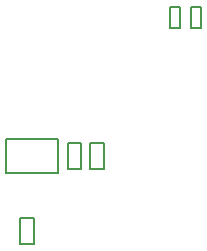
<source format=gbr>
%TF.GenerationSoftware,Altium Limited,Altium Designer,21.9.2 (33)*%
G04 Layer_Color=32768*
%FSLAX45Y45*%
%MOMM*%
%TF.SameCoordinates,43275E26-CB7C-43E4-9740-FE9D7F4F9AB3*%
%TF.FilePolarity,Positive*%
%TF.FileFunction,Other,Top_Courtyard*%
%TF.Part,Single*%
G01*
G75*
%TA.AperFunction,NonConductor*%
%ADD60C,0.20000*%
D60*
X1690000Y1389725D02*
X2130000D01*
Y1099725D02*
Y1389725D01*
X1690000Y1099725D02*
X2130000D01*
X1690000D02*
Y1389725D01*
X3256376Y2331376D02*
Y2508624D01*
X3343624D01*
Y2331376D02*
Y2508624D01*
X3256376Y2331376D02*
X3343624D01*
X3160951D02*
Y2508624D01*
X3073704Y2331376D02*
X3160951D01*
X3073704D02*
Y2508624D01*
X3160951D01*
X2327075Y1130000D02*
Y1350000D01*
X2212075Y1130000D02*
X2327075D01*
X2212075D02*
Y1350000D01*
X2327075D01*
X2517500Y1130000D02*
Y1350000D01*
X2402500Y1130000D02*
X2517500D01*
X2402500D02*
Y1350000D01*
X2517500D01*
X1807925Y500000D02*
X1922925D01*
Y720000D01*
X1807925D02*
X1922925D01*
X1807925Y500000D02*
Y720000D01*
%TF.MD5,9fc6e4e9b5ed36bb0d71be170ade4c16*%
M02*

</source>
